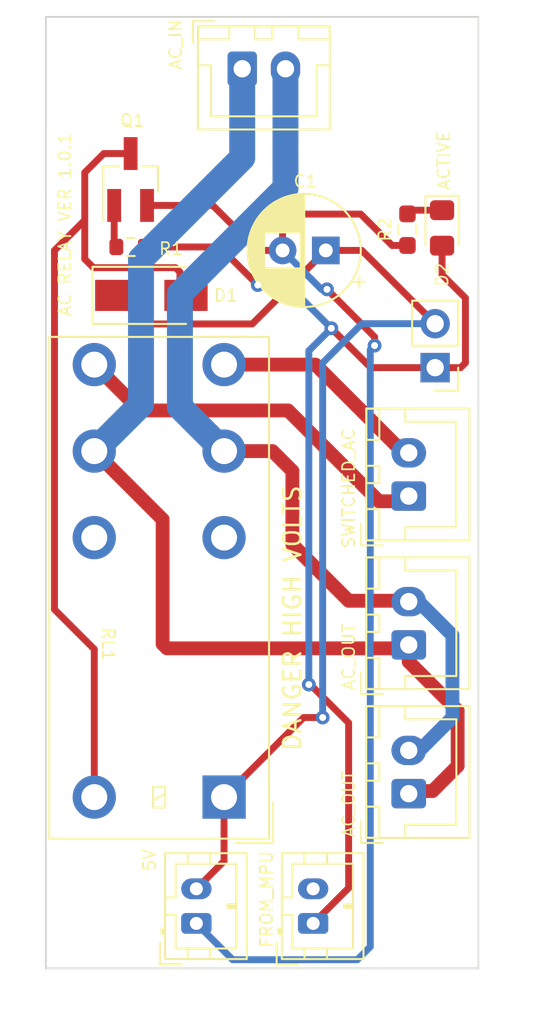
<source format=kicad_pcb>
(kicad_pcb (version 20211014) (generator pcbnew)
  (layers (0 "F.Cu" signal) (31 "B.Cu" signal) (34 "B.Paste" user) (35 "F.Paste" user) (36 "B.SilkS" user "B.Silkscreen") (37 "F.SilkS" user "F.Silkscreen") (38 "B.Mask" user) (39 "F.Mask" user) (44 "Edge.Cuts" user))
  (net 0 "")
  (net 1 "AC1")
  (net 2 "AC2")
  (net 3 "GND")
  (net 4 "5V")
  (net 5 "Net-(Q1-Pad1)")
  (net 6 "Net-(D1-Pad2)")
  (net 7 "ACTIVATE")
  (net 8 "AC1OUT")
  (net 9 "AC2OUT")
  (net 12 "Net-(D2-Pad1)")
  (footprint "MountingHole:MountingHole_3.2mm_M3" (layer "F.Cu") (at 163.5 133.5)
    (fp_text reference "H1" hide)
    (fp_text value "MountingHole")
    (pad "" np_thru_hole circle (at 0 0) (size 3.2 3.2) (drill 3.2) (layers *.Cu *.Mask))
  )
  (footprint "Connector_JST:JST_XH_B2B-XH-A_1x02_P2.50mm_Vertical" (layer "F.Cu") (at 152.35 84)
    (fp_text reference "J6" hide)
    (fp_text value "Screw_Terminal_01x02")
    (fp_line (start -0.75 -1.7) (end -0.75 -2.45) (layer "F.SilkS") (width 0.12))
    (fp_line (start -2.55 -0.2) (end -1.8 -0.2) (layer "F.SilkS") (width 0.12))
    (fp_line (start 4.3 -0.2) (end 4.3 2.75) (layer "F.SilkS") (width 0.12))
    (fp_line (start 5.05 -0.2) (end 4.3 -0.2) (layer "F.SilkS") (width 0.12))
    (fp_line (start 5.06 3.51) (end 5.06 -2.46) (layer "F.SilkS") (width 0.12))
    (fp_line (start 4.3 2.75) (end 1.25 2.75) (layer "F.SilkS") (width 0.12))
    (fp_line (start 1.75 -1.7) (end 1.75 -2.45) (layer "F.SilkS") (width 0.12))
    (fp_line (start 0.75 -1.7) (end 1.75 -1.7) (layer "F.SilkS") (width 0.12))
    (fp_line (start -2.56 -2.46) (end -2.56 3.51) (layer "F.SilkS") (width 0.12))
    (fp_line (start 5.05 -2.45) (end 3.25 -2.45) (layer "F.SilkS") (width 0.12))
    (fp_line (start -2.55 -2.45) (end -2.55 -1.7) (layer "F.SilkS") (width 0.12))
    (fp_line (start 1.75 -2.45) (end 0.75 -2.45) (layer "F.SilkS") (width 0.12))
    (fp_line (start 5.05 -1.7) (end 5.05 -2.45) (layer "F.SilkS") (width 0.12))
    (fp_line (start -1.8 2.75) (end 1.25 2.75) (layer "F.SilkS") (width 0.12))
    (fp_line (start -1.8 -0.2) (end -1.8 2.75) (layer "F.SilkS") (width 0.12))
    (fp_line (start -2.55 -1.7) (end -0.75 -1.7) (layer "F.SilkS") (width 0.12))
    (fp_line (start -2.56 3.51) (end 5.06 3.51) (layer "F.SilkS") (width 0.12))
    (fp_line (start 3.25 -2.45) (end 3.25 -1.7) (layer "F.SilkS") (width 0.12))
    (fp_line (start 5.06 -2.46) (end -2.56 -2.46) (layer "F.SilkS") (width 0.12))
    (fp_line (start -0.75 -2.45) (end -2.55 -2.45) (layer "F.SilkS") (width 0.12))
    (fp_line (start 3.25 -1.7) (end 5.05 -1.7) (layer "F.SilkS") (width 0.12))
    (fp_line (start -2.85 -2.75) (end -2.85 -1.5) (layer "F.SilkS") (width 0.12))
    (fp_line (start -1.6 -2.75) (end -2.85 -2.75) (layer "F.SilkS") (width 0.12))
    (fp_line (start 0.75 -2.45) (end 0.75 -1.7) (layer "F.SilkS") (width 0.12))
    (pad "1" thru_hole roundrect (at 0 0) (size 1.7 2) (drill 1) (layers *.Cu *.Mask) (roundrect_rratio 0.1470588235) (net 1 "AC1"))
    (pad "2" thru_hole oval (at 2.5 0) (size 1.7 2) (drill 1) (layers *.Cu *.Mask) (net 2 "AC2"))
  )
  (footprint "Diode_SMD:D_SMA" (layer "F.Cu") (at 147.1 97.1)
    (fp_text reference "D1" (at 4.3 0 unlocked) (layer "F.SilkS") (effects (font (size 0.7 0.7) (thickness 0.1))))
    (fp_text value "1N4001")
    (fp_line (start -3.4 -1.65) (end -3.4 1.65) (layer "F.SilkS") (width 0.12))
    (fp_line (start -3.4 1.65) (end 2 1.65) (layer "F.SilkS") (width 0.12))
    (fp_line (start -3.4 -1.65) (end 2 -1.65) (layer "F.SilkS") (width 0.12))
    (pad "1" smd rect (at -2 0) (size 2.5 1.8) (layers "F.Cu" "F.Paste" "F.Mask") (net 4 "5V"))
    (pad "2" smd rect (at 2 0) (size 2.5 1.8) (layers "F.Cu" "F.Paste" "F.Mask") (net 6 "Net-(D1-Pad2)"))
  )
  (footprint "MountingHole:MountingHole_3.2mm_M3" (layer "F.Cu") (at 164 83.5)
    (fp_text reference "H2" hide)
    (fp_text value "MountingHole")
    (pad "" np_thru_hole circle (at 0 0) (size 3.2 3.2) (drill 3.2) (layers *.Cu *.Mask))
  )
  (footprint "Connector_JST:JST_XH_B2B-XH-A_1x02_P2.50mm_Vertical" (layer "F.Cu") (at 161.975 108.7 90)
    (fp_text reference "J3" hide)
    (fp_text value "Screw_Terminal_01x02")
    (fp_line (start 3.25 -2.45) (end 3.25 -1.7) (layer "F.SilkS") (width 0.12))
    (fp_line (start -2.55 -0.2) (end -1.8 -0.2) (layer "F.SilkS") (width 0.12))
    (fp_line (start 0.75 -1.7) (end 1.75 -1.7) (layer "F.SilkS") (width 0.12))
    (fp_line (start -2.55 -1.7) (end -0.75 -1.7) (layer "F.SilkS") (width 0.12))
    (fp_line (start 5.05 -1.7) (end 5.05 -2.45) (layer "F.SilkS") (width 0.12))
    (fp_line (start -1.8 -0.2) (end -1.8 2.75) (layer "F.SilkS") (width 0.12))
    (fp_line (start -1.8 2.75) (end 1.25 2.75) (layer "F.SilkS") (width 0.12))
    (fp_line (start 1.75 -2.45) (end 0.75 -2.45) (layer "F.SilkS") (width 0.12))
    (fp_line (start -2.56 -2.46) (end -2.56 3.51) (layer "F.SilkS") (width 0.12))
    (fp_line (start -1.6 -2.75) (end -2.85 -2.75) (layer "F.SilkS") (width 0.12))
    (fp_line (start -2.55 -2.45) (end -2.55 -1.7) (layer "F.SilkS") (width 0.12))
    (fp_line (start 1.75 -1.7) (end 1.75 -2.45) (layer "F.SilkS") (width 0.12))
    (fp_line (start 4.3 -0.2) (end 4.3 2.75) (layer "F.SilkS") (width 0.12))
    (fp_line (start -2.85 -2.75) (end -2.85 -1.5) (layer "F.SilkS") (width 0.12))
    (fp_line (start 5.05 -0.2) (end 4.3 -0.2) (layer "F.SilkS") (width 0.12))
    (fp_line (start 3.25 -1.7) (end 5.05 -1.7) (layer "F.SilkS") (width 0.12))
    (fp_line (start 5.06 3.51) (end 5.06 -2.46) (layer "F.SilkS") (width 0.12))
    (fp_line (start 5.05 -2.45) (end 3.25 -2.45) (layer "F.SilkS") (width 0.12))
    (fp_line (start -2.56 3.51) (end 5.06 3.51) (layer "F.SilkS") (width 0.12))
    (fp_line (start -0.75 -2.45) (end -2.55 -2.45) (layer "F.SilkS") (width 0.12))
    (fp_line (start 4.3 2.75) (end 1.25 2.75) (layer "F.SilkS") (width 0.12))
    (fp_line (start 5.06 -2.46) (end -2.56 -2.46) (layer "F.SilkS") (width 0.12))
    (fp_line (start -0.75 -1.7) (end -0.75 -2.45) (layer "F.SilkS") (width 0.12))
    (fp_line (start 0.75 -2.45) (end 0.75 -1.7) (layer "F.SilkS") (width 0.12))
    (pad "1" thru_hole roundrect (at 0 0 90) (size 1.7 2) (drill 1) (layers *.Cu *.Mask) (roundrect_rratio 0.1470588235) (net 9 "AC2OUT"))
    (pad "2" thru_hole oval (at 2.5 0 90) (size 1.7 2) (drill 1) (layers *.Cu *.Mask) (net 8 "AC1OUT"))
  )
  (footprint "MountingHole:MountingHole_3.2mm_M3" (layer "F.Cu") (at 143.5 83.5)
    (fp_text reference "H4" hide)
    (fp_text value "MountingHole")
    (pad "" np_thru_hole circle (at 0 0) (size 3.2 3.2) (drill 3.2) (layers *.Cu *.Mask))
  )
  (footprint "Connector_JST:JST_XH_B2B-XH-A_1x02_P2.50mm_Vertical" (layer "F.Cu") (at 161.975 125.9 90)
    (fp_text reference "J5" hide)
    (fp_text value "Screw_Terminal_01x02")
    (fp_line (start -2.85 -2.75) (end -2.85 -1.5) (layer "F.SilkS") (width 0.12))
    (fp_line (start -2.55 -1.7) (end -0.75 -1.7) (layer "F.SilkS") (width 0.12))
    (fp_line (start -1.8 -0.2) (end -1.8 2.75) (layer "F.SilkS") (width 0.12))
    (fp_line (start -1.6 -2.75) (end -2.85 -2.75) (layer "F.SilkS") (width 0.12))
    (fp_line (start -1.8 2.75) (end 1.25 2.75) (layer "F.SilkS") (width 0.12))
    (fp_line (start 4.3 2.75) (end 1.25 2.75) (layer "F.SilkS") (width 0.12))
    (fp_line (start 5.05 -2.45) (end 3.25 -2.45) (layer "F.SilkS") (width 0.12))
    (fp_line (start 0.75 -2.45) (end 0.75 -1.7) (layer "F.SilkS") (width 0.12))
    (fp_line (start 5.06 3.51) (end 5.06 -2.46) (layer "F.SilkS") (width 0.12))
    (fp_line (start 5.05 -1.7) (end 5.05 -2.45) (layer "F.SilkS") (width 0.12))
    (fp_line (start 5.05 -0.2) (end 4.3 -0.2) (layer "F.SilkS") (width 0.12))
    (fp_line (start -0.75 -2.45) (end -2.55 -2.45) (layer "F.SilkS") (width 0.12))
    (fp_line (start -2.56 3.51) (end 5.06 3.51) (layer "F.SilkS") (width 0.12))
    (fp_line (start -0.75 -1.7) (end -0.75 -2.45) (layer "F.SilkS") (width 0.12))
    (fp_line (start -2.55 -2.45) (end -2.55 -1.7) (layer "F.SilkS") (width 0.12))
    (fp_line (start 1.75 -1.7) (end 1.75 -2.45) (layer "F.SilkS") (width 0.12))
    (fp_line (start 5.06 -2.46) (end -2.56 -2.46) (layer "F.SilkS") (width 0.12))
    (fp_line (start -2.55 -0.2) (end -1.8 -0.2) (layer "F.SilkS") (width 0.12))
    (fp_line (start 1.75 -2.45) (end 0.75 -2.45) (layer "F.SilkS") (width 0.12))
    (fp_line (start 3.25 -1.7) (end 5.05 -1.7) (layer "F.SilkS") (width 0.12))
    (fp_line (start 3.25 -2.45) (end 3.25 -1.7) (layer "F.SilkS") (width 0.12))
    (fp_line (start 0.75 -1.7) (end 1.75 -1.7) (layer "F.SilkS") (width 0.12))
    (fp_line (start 4.3 -0.2) (end 4.3 2.75) (layer "F.SilkS") (width 0.12))
    (fp_line (start -2.56 -2.46) (end -2.56 3.51) (layer "F.SilkS") (width 0.12))
    (pad "1" thru_hole roundrect (at 0 0 90) (size 1.7 2) (drill 1) (layers *.Cu *.Mask) (roundrect_rratio 0.1470588235) (net 1 "AC1"))
    (pad "2" thru_hole oval (at 2.5 0 90) (size 1.7 2) (drill 1) (layers *.Cu *.Mask) (net 2 "AC2"))
  )
  (footprint "Connector_PinHeader_2.54mm:PinHeader_1x02_P2.54mm_Vertical" (layer "F.Cu") (at 163.5 101.275 180)
    (fp_text reference "J2" hide)
    (fp_text value "Conn_01x02_Male")
    (fp_line (start -1.33 3.87) (end 1.33 3.87) (layer "F.SilkS") (width 0.12))
    (fp_line (start -1.33 1.27) (end 1.33 1.27) (layer "F.SilkS") (width 0.12))
    (fp_line (start -1.33 0) (end -1.33 -1.33) (layer "F.SilkS") (width 0.12))
    (fp_line (start 1.33 1.27) (end 1.33 3.87) (layer "F.SilkS") (width 0.12))
    (fp_line (start -1.33 1.27) (end -1.33 3.87) (layer "F.SilkS") (width 0.12))
    (fp_line (start -1.33 -1.33) (end 0 -1.33) (layer "F.SilkS") (width 0.12))
    (pad "1" thru_hole rect (at 0 0 180) (size 1.7 1.7) (drill 1) (layers *.Cu *.Mask) (net 7 "ACTIVATE"))
    (pad "2" thru_hole oval (at 0 2.54 180) (size 1.7 1.7) (drill 1) (layers *.Cu *.Mask) (net 4 "5V"))
  )
  (footprint "Package_TO_SOT_SMD:SOT-23_Handsoldering" (layer "F.Cu") (at 145.9 90.4 90)
    (fp_text reference "Q1" (at 3.4 0.1 unlocked) (layer "F.SilkS") (effects (font (size 0.7 0.7) (thickness 0.1))))
    (fp_text value "2SC1945")
    (fp_line (start 0.76 1.58) (end 0.76 0.65) (layer "F.SilkS") (width 0.12))
    (fp_line (start 0.76 -1.58) (end -2.4 -1.58) (layer "F.SilkS") (width 0.12))
    (fp_line (start 0.76 1.58) (end -0.7 1.58) (layer "F.SilkS") (width 0.12))
    (fp_line (start 0.76 -1.58) (end 0.76 -0.65) (layer "F.SilkS") (width 0.12))
    (pad "1" smd rect (at -1.5 -0.95 90) (size 1.9 0.8) (layers "F.Cu" "F.Paste" "F.Mask") (net 5 "Net-(Q1-Pad1)"))
    (pad "2" smd rect (at -1.5 0.95 90) (size 1.9 0.8) (layers "F.Cu" "F.Paste" "F.Mask") (net 3 "GND"))
    (pad "3" smd rect (at 1.5 0 90) (size 1.9 0.8) (layers "F.Cu" "F.Paste" "F.Mask") (net 6 "Net-(D1-Pad2)"))
  )
  (footprint "Relay_THT:Relay_DPDT_Omron_G2RL" (layer "F.Cu") (at 151.3 126.1 90)
    (fp_text reference "RL1" (at 8.8375 -6.6875 270 unlocked) (layer "F.SilkS") (effects (font (size 0.7 0.7) (thickness 0.1))))
    (fp_text value "G2RL-2-ASI-DC5")
    (fp_line (start 0.6 -4.1) (end -0.6 -4.1) (layer "F.SilkS") (width 0.12))
    (fp_line (start -0.3 2.84) (end -2.64 2.84) (layer "F.SilkS") (width 0.12))
    (fp_line (start -0.6 -3.4) (end 0.6 -3.4) (layer "F.SilkS") (width 0.12))
    (fp_line (start -0.6 -4.1) (end -0.6 -3.4) (layer "F.SilkS") (width 0.12))
    (fp_line (start 0.2 -3.4) (end -0.2 -4.1) (layer "F.SilkS") (width 0.12))
    (fp_line (start -2.4 -10.1) (end -2.4 2.6) (layer "F.SilkS") (width 0.12))
    (fp_line (start -2.64 2.84) (end -2.64 0.65) (layer "F.SilkS") (width 0.12))
    (fp_line (start 26.6 2.6) (end 26.6 -10.1) (layer "F.SilkS") (width 0.12))
    (fp_line (start 26.6 -10.1) (end -2.4 -10.1) (layer "F.SilkS") (width 0.12))
    (fp_line (start -2.4 2.6) (end 26.6 2.6) (layer "F.SilkS") (width 0.12))
    (fp_line (start 0.6 -3.4) (end 0.6 -4.1) (layer "F.SilkS") (width 0.12))
    (pad "1" thru_hole rect (at 0 0 180) (size 2.5 2.5) (drill 1.5) (layers *.Cu *.Mask) (net 4 "5V"))
    (pad "2" thru_hole oval (at 15 0 180) (size 2.5 2.5) (drill 1.5) (layers *.Cu *.Mask))
    (pad "3" thru_hole oval (at 20 0 180) (size 2.5 2.5) (drill 1.5) (layers *.Cu *.Mask) (net 2 "AC2"))
    (pad "4" thru_hole oval (at 25 0 180) (size 2.5 2.5) (drill 1.5) (layers *.Cu *.Mask) (net 8 "AC1OUT"))
    (pad "5" thru_hole oval (at 25 -7.5 180) (size 2.5 2.5) (drill 1.5) (layers *.Cu *.Mask) (net 9 "AC2OUT"))
    (pad "6" thru_hole oval (at 20 -7.5 180) (size 2.5 2.5) (drill 1.5) (layers *.Cu *.Mask) (net 1 "AC1"))
    (pad "7" thru_hole oval (at 15 -7.5 180) (size 2.5 2.5) (drill 1.5) (layers *.Cu *.Mask))
    (pad "8" thru_hole oval (at 0 -7.5 180) (size 2.5 2.5) (drill 1.5) (layers *.Cu *.Mask) (net 6 "Net-(D1-Pad2)"))
  )
  (footprint "Diode_SMD:D_0805_2012Metric_Pad1.15x1.40mm_HandSolder" (layer "F.Cu") (at 163.9 93.2 -90)
    (fp_text reference "D2" (at 2.7 0 -270 unlocked) (layer "F.SilkS") (effects (font (size 0.7 0.7) (thickness 0.1))))
    (fp_text value "YELLOW")
    (fp_line (start -1.86 0.96) (end 1 0.96) (layer "F.SilkS") (width 0.12))
    (fp_line (start -1.86 -0.96) (end -1.86 0.96) (layer "F.SilkS") (width 0.12))
    (fp_line (start 1 -0.96) (end -1.86 -0.96) (layer "F.SilkS") (width 0.12))
    (pad "1" smd roundrect (at -1.025 0 270) (size 1.15 1.4) (layers "F.Cu" "F.Paste" "F.Mask") (roundrect_rratio 0.2173913043) (net 12 "Net-(D2-Pad1)"))
    (pad "2" smd roundrect (at 1.025 0 270) (size 1.15 1.4) (layers "F.Cu" "F.Paste" "F.Mask") (roundrect_rratio 0.2173913043) (net 7 "ACTIVATE"))
  )
  (footprint "Resistor_SMD:R_0603_1608Metric_Pad0.98x0.95mm_HandSolder" (layer "F.Cu") (at 161.9 93.3 -90)
    (fp_text reference "R2" (at 0 1.3 90 unlocked) (layer "F.SilkS") (effects (font (size 0.7 0.7) (thickness 0.1))))
    (fp_text value "430R")
    (fp_line (start -0.254724 -0.5225) (end 0.254724 -0.5225) (layer "F.SilkS") (width 0.12))
    (fp_line (start -0.254724 0.5225) (end 0.254724 0.5225) (layer "F.SilkS") (width 0.12))
    (pad "1" smd roundrect (at -0.9125 0 270) (size 0.975 0.95) (layers "F.Cu" "F.Paste" "F.Mask") (net 12 "Net-(D2-Pad1)"))
    (pad "2" smd roundrect (at 0.9125 0 270) (size 0.975 0.95) (layers "F.Cu" "F.Paste" "F.Mask") (net 3 "GND"))
  )
  (footprint "Connector_JST:JST_XH_B2B-XH-A_1x02_P2.50mm_Vertical" (layer "F.Cu") (at 161.975 117.3 90)
    (fp_text reference "J7" hide)
    (fp_text value "Screw_Terminal_01x02")
    (fp_line (start 3.25 -2.45) (end 3.25 -1.7) (layer "F.SilkS") (width 0.12))
    (fp_line (start 1.75 -2.45) (end 0.75 -2.45) (layer "F.SilkS") (width 0.12))
    (fp_line (start -2.56 3.51) (end 5.06 3.51) (layer "F.SilkS") (width 0.12))
    (fp_line (start -1.8 -0.2) (end -1.8 2.75) (layer "F.SilkS") (width 0.12))
    (fp_line (start -1.8 2.75) (end 1.25 2.75) (layer "F.SilkS") (width 0.12))
    (fp_line (start -2.85 -2.75) (end -2.85 -1.5) (layer "F.SilkS") (width 0.12))
    (fp_line (start -2.55 -0.2) (end -1.8 -0.2) (layer "F.SilkS") (width 0.12))
    (fp_line (start -2.55 -2.45) (end -2.55 -1.7) (layer "F.SilkS") (width 0.12))
    (fp_line (start -2.55 -1.7) (end -0.75 -1.7) (layer "F.SilkS") (width 0.12))
    (fp_line (start 5.05 -2.45) (end 3.25 -2.45) (layer "F.SilkS") (width 0.12))
    (fp_line (start 5.05 -1.7) (end 5.05 -2.45) (layer "F.SilkS") (width 0.12))
    (fp_line (start 4.3 -0.2) (end 4.3 2.75) (layer "F.SilkS") (width 0.12))
    (fp_line (start -1.6 -2.75) (end -2.85 -2.75) (layer "F.SilkS") (width 0.12))
    (fp_line (start 4.3 2.75) (end 1.25 2.75) (layer "F.SilkS") (width 0.12))
    (fp_line (start -0.75 -2.45) (end -2.55 -2.45) (layer "F.SilkS") (width 0.12))
    (fp_line (start -0.75 -1.7) (end -0.75 -2.45) (layer "F.SilkS") (width 0.12))
    (fp_line (start 3.25 -1.7) (end 5.05 -1.7) (layer "F.SilkS") (width 0.12))
    (fp_line (start 0.75 -1.7) (end 1.75 -1.7) (layer "F.SilkS") (width 0.12))
    (fp_line (start 5.06 3.51) (end 5.06 -2.46) (layer "F.SilkS") (width 0.12))
    (fp_line (start 5.05 -0.2) (end 4.3 -0.2) (layer "F.SilkS") (width 0.12))
    (fp_line (start -2.56 -2.46) (end -2.56 3.51) (layer "F.SilkS") (width 0.12))
    (fp_line (start 1.75 -1.7) (end 1.75 -2.45) (layer "F.SilkS") (width 0.12))
    (fp_line (start 5.06 -2.46) (end -2.56 -2.46) (layer "F.SilkS") (width 0.12))
    (fp_line (start 0.75 -2.45) (end 0.75 -1.7) (layer "F.SilkS") (width 0.12))
    (pad "1" thru_hole roundrect (at 0 0 90) (size 1.7 2) (drill 1) (layers *.Cu *.Mask) (roundrect_rratio 0.1470588235) (net 1 "AC1"))
    (pad "2" thru_hole oval (at 2.5 0 90) (size 1.7 2) (drill 1) (layers *.Cu *.Mask) (net 2 "AC2"))
  )
  (footprint "Connector_JST:JST_PH_B2B-PH-K_1x02_P2.00mm_Vertical" (layer "F.Cu") (at 156.45 133.4 90)
    (fp_text reference "J1" hide)
    (fp_text value "Conn_01x02_Male")
    (fp_line (start 4.06 -1.81) (end -2.06 -1.81) (layer "F.SilkS") (width 0.12))
    (fp_line (start -2.06 2.91) (end 4.06 2.91) (layer "F.SilkS") (width 0.12))
    (fp_line (start -0.3 -1.81) (end -0.3 -2.01) (layer "F.SilkS") (width 0.12))
    (fp_line (start 1.1 1.8) (end 1.1 2.3) (layer "F.SilkS") (width 0.12))
    (fp_line (start -0.6 -2.01) (end -0.6 -1.81) (layer "F.SilkS") (width 0.12))
    (fp_line (start 0.9 1.8) (end 1.1 1.8) (layer "F.SilkS") (width 0.12))
    (fp_line (start 4.06 0.8) (end 3.45 0.8) (layer "F.SilkS") (width 0.12))
    (fp_line (start 0.9 2.3) (end 0.9 1.8) (layer "F.SilkS") (width 0.12))
    (fp_line (start 3.45 2.3) (end 3.45 -1.2) (layer "F.SilkS") (width 0.12))
    (fp_line (start -0.3 -2.01) (end -0.6 -2.01) (layer "F.SilkS") (width 0.12))
    (fp_line (start 1.5 -1.2) (end 1.5 -1.81) (layer "F.SilkS") (width 0.12))
    (fp_line (start -2.36 -2.11) (end -2.36 -0.86) (layer "F.SilkS") (width 0.12))
    (fp_line (start 4.06 2.91) (end 4.06 -1.81) (layer "F.SilkS") (width 0.12))
    (fp_line (start 0.5 -1.81) (end 0.5 -1.2) (layer "F.SilkS") (width 0.12))
    (fp_line (start 3.45 -1.2) (end 1.5 -1.2) (layer "F.SilkS") (width 0.12))
    (fp_line (start -2.06 0.8) (end -1.45 0.8) (layer "F.SilkS") (width 0.12))
    (fp_line (start -1.11 -2.11) (end -2.36 -2.11) (layer "F.SilkS") (width 0.12))
    (fp_line (start 1 2.3) (end 1 1.8) (layer "F.SilkS") (width 0.12))
    (fp_line (start -2.06 -1.81) (end -2.06 2.91) (layer "F.SilkS") (width 0.12))
    (fp_line (start 4.06 -0.5) (end 3.45 -0.5) (layer "F.SilkS") (width 0.12))
    (fp_line (start -0.3 -1.91) (end -0.6 -1.91) (layer "F.SilkS") (width 0.12))
    (fp_line (start -2.06 -0.5) (end -1.45 -0.5) (layer "F.SilkS") (width 0.12))
    (fp_line (start 0.5 -1.2) (end -1.45 -1.2) (layer "F.SilkS") (width 0.12))
    (fp_line (start -1.45 -1.2) (end -1.45 2.3) (layer "F.SilkS") (width 0.12))
    (fp_line (start -1.45 2.3) (end 3.45 2.3) (layer "F.SilkS") (width 0.12))
    (pad "1" thru_hole roundrect (at 0 0 90) (size 1.2 1.75) (drill 0.75) (layers *.Cu *.Mask) (roundrect_rratio 0.2083333333) (net 7 "ACTIVATE"))
    (pad "2" thru_hole oval (at 2 0 90) (size 1.2 1.75) (drill 0.75) (layers *.Cu *.Mask))
  )
  (footprint "MountingHole:MountingHole_3.2mm_M3" (layer "F.Cu") (at 143.5 133.5)
    (fp_text reference "H3" hide)
    (fp_text value "MountingHole")
    (pad "" np_thru_hole circle (at 0 0) (size 3.2 3.2) (drill 3.2) (layers *.Cu *.Mask))
  )
  (footprint "Resistor_SMD:R_0603_1608Metric" (layer "F.Cu") (at 145.9 94.3 180)
    (fp_text reference "R1" (at -2.33 -0.1 unlocked) (layer "F.SilkS") (effects (font (size 0.7 0.7) (thickness 0.1))))
    (fp_text value "1K")
    (fp_line (start -0.237258 -0.5225) (end 0.237258 -0.5225) (layer "F.SilkS") (width 0.12))
    (fp_line (start -0.237258 0.5225) (end 0.237258 0.5225) (layer "F.SilkS") (width 0.12))
    (pad "1" smd roundrect (at -0.825 0 180) (size 0.8 0.95) (layers "F.Cu" "F.Paste" "F.Mask") (net 7 "ACTIVATE"))
    (pad "2" smd roundrect (at 0.825 0 180) (size 0.8 0.95) (layers "F.Cu" "F.Paste" "F.Mask") (net 5 "Net-(Q1-Pad1)"))
  )
  (footprint "Connector_JST:JST_PH_B2B-PH-K_1x02_P2.00mm_Vertical" (layer "F.Cu") (at 149.7 133.4 90)
    (fp_text reference "J4" hide)
    (fp_text value "Conn_01x02_Male")
    (fp_line (start -1.45 2.3) (end 3.45 2.3) (layer "F.SilkS") (width 0.12))
    (fp_line (start 1 2.3) (end 1 1.8) (layer "F.SilkS") (width 0.12))
    (fp_line (start -2.06 0.8) (end -1.45 0.8) (layer "F.SilkS") (width 0.12))
    (fp_line (start -2.06 -1.81) (end -2.06 2.91) (layer "F.SilkS") (width 0.12))
    (fp_line (start 1.5 -1.2) (end 1.5 -1.81) (layer "F.SilkS") (width 0.12))
    (fp_line (start 0.9 2.3) (end 0.9 1.8) (layer "F.SilkS") (width 0.12))
    (fp_line (start 4.06 0.8) (end 3.45 0.8) (layer "F.SilkS") (width 0.12))
    (fp_line (start 3.45 -1.2) (end 1.5 -1.2) (layer "F.SilkS") (width 0.12))
    (fp_line (start -0.6 -2.01) (end -0.6 -1.81) (layer "F.SilkS") (width 0.12))
    (fp_line (start -2.36 -2.11) (end -2.36 -0.86) (layer "F.SilkS") (width 0.12))
    (fp_line (start -1.45 -1.2) (end -1.45 2.3) (layer "F.SilkS") (width 0.12))
    (fp_line (start -1.11 -2.11) (end -2.36 -2.11) (layer "F.SilkS") (width 0.12))
    (fp_line (start -2.06 -0.5) (end -1.45 -0.5) (layer "F.SilkS") (width 0.12))
    (fp_line (start 0.5 -1.2) (end -1.45 -1.2) (layer "F.SilkS") (width 0.12))
    (fp_line (start -0.3 -2.01) (end -0.6 -2.01) (layer "F.SilkS") (width 0.12))
    (fp_line (start -0.3 -1.81) (end -0.3 -2.01) (layer "F.SilkS") (width 0.12))
    (fp_line (start 4.06 -0.5) (end 3.45 -0.5) (layer "F.SilkS") (width 0.12))
    (fp_line (start 1.1 1.8) (end 1.1 2.3) (layer "F.SilkS") (width 0.12))
    (fp_line (start 3.45 2.3) (end 3.45 -1.2) (layer "F.SilkS") (width 0.12))
    (fp_line (start -2.06 2.91) (end 4.06 2.91) (layer "F.SilkS") (width 0.12))
    (fp_line (start -0.3 -1.91) (end -0.6 -1.91) (layer "F.SilkS") (width 0.12))
    (fp_line (start 0.9 1.8) (end 1.1 1.8) (layer "F.SilkS") (width 0.12))
    (fp_line (start 4.06 2.91) (end 4.06 -1.81) (layer "F.SilkS") (width 0.12))
    (fp_line (start 4.06 -1.81) (end -2.06 -1.81) (layer "F.SilkS") (width 0.12))
    (fp_line (start 0.5 -1.81) (end 0.5 -1.2) (layer "F.SilkS") (width 0.12))
    (pad "1" thru_hole roundrect (at 0 0 90) (size 1.2 1.75) (drill 0.75) (layers *.Cu *.Mask) (roundrect_rratio 0.2083333333) (net 3 "GND"))
    (pad "2" thru_hole oval (at 2 0 90) (size 1.2 1.75) (drill 0.75) (layers *.Cu *.Mask) (net 4 "5V"))
  )
  (footprint "Capacitor_THT:CP_Radial_D6.3mm_P2.50mm" (layer "F.Cu") (at 157.18238 94.5 180)
    (fp_text reference "C1" (at 1.18238 4 unlocked) (layer "F.SilkS") (effects (font (size 0.7 0.7) (thickness 0.1))))
    (fp_text value "C_Polarized")
    (fp_line (start 4.491 -0.402) (end 4.491 0.402) (layer "F.SilkS") (width 0.12))
    (fp_line (start 2.691 1.04) (end 2.691 2.896) (layer "F.SilkS") (width 0.12))
    (fp_line (start 2.011 -3.141) (end 2.011 -1.04) (layer "F.SilkS") (width 0.12))
    (fp_line (start 4.211 -1.35) (end 4.211 1.35) (layer "F.SilkS") (width 0.12))
    (fp_line (start 2.131 -3.11) (end 2.131 -1.04) (layer "F.SilkS") (width 0.12))
    (fp_line (start 2.171 -3.098) (end 2.171 -1.04) (layer "F.SilkS") (width 0.12))
    (fp_line (start 1.37 -3.228) (end 1.37 3.228) (layer "F.SilkS") (width 0.12))
    (fp_line (start 1.33 -3.23) (end 1.33 3.23) (layer "F.SilkS") (width 0.12))
    (fp_line (start 2.371 1.04) (end 2.371 3.033) (layer "F.SilkS") (width 0.12))
    (fp_line (start 2.091 -3.121) (end 2.091 -1.04) (layer "F.SilkS") (width 0.12))
    (fp_line (start 3.291 1.04) (end 3.291 2.516) (layer "F.SilkS") (width 0.12))
    (fp_line (start 3.531 1.04) (end 3.531 2.305) (layer "F.SilkS") (width 0.12))
    (fp_line (start 1.69 1.04) (end 1.69 3.201) (layer "F.SilkS") (width 0.12))
    (fp_line (start 3.611 -2.224) (end 3.611 2.224) (layer "F.SilkS") (width 0.12))
    (fp_line (start 4.451 -0.633) (end 4.451 0.633) (layer "F.SilkS") (width 0.12))
    (fp_line (start 3.971 -1.776) (end 3.971 1.776) (layer "F.SilkS") (width 0.12))
    (fp_line (start 1.65 -3.206) (end 1.65 -1.04) (layer "F.SilkS") (width 0.12))
    (fp_line (start 4.091 -1.581) (end 4.091 1.581) (layer "F.SilkS") (width 0.12))
    (fp_line (start 3.811 -1.995) (end 3.811 1.995) (layer "F.SilkS") (width 0.12))
    (fp_line (start 2.211 -3.086) (end 2.211 -1.04) (layer "F.SilkS") (width 0.12))
    (fp_line (start 1.971 1.04) (end 1.971 3.15) (layer "F.SilkS") (width 0.12))
    (fp_line (start 3.691 -2.137) (end 3.691 2.137) (layer "F.SilkS") (width 0.12))
    (fp_line (start 2.211 1.04) (end 2.211 3.086) (layer "F.SilkS") (width 0.12))
    (fp_line (start 1.93 1.04) (end 1.93 3.159) (layer "F.SilkS") (width 0.12))
    (fp_line (start 3.411 1.04) (end 3.411 2.416) (layer "F.SilkS") (width 0.12))
    (fp_line (start 2.091 1.04) (end 2.091 3.121) (layer "F.SilkS") (width 0.12))
    (fp_line (start 1.77 -3.189) (end 1.77 -1.04) (layer "F.SilkS") (width 0.12))
    (fp_line (start 2.371 -3.033) (end 2.371 -1.04) (layer "F.SilkS") (width 0.12))
    (fp_line (start 3.211 -2.578) (end 3.211 -1.04) (layer "F.SilkS") (width 0.12))
    (fp_line (start 1.53 -3.218) (end 1.53 -1.04) (layer "F.SilkS") (width 0.12))
    (fp_line (start 3.331 1.04) (end 3.331 2.484) (layer "F.SilkS") (width 0.12))
    (fp_line (start 2.331 1.04) (end 2.331 3.047) (layer "F.SilkS") (width 0.12))
    (fp_line (start 2.451 -3.002) (end 2.451 -1.04) (layer "F.SilkS") (width 0.12))
    (fp_line (start 3.451 -2.38) (end 3.451 -1.04) (layer "F.SilkS") (width 0.12))
    (fp_line (start 1.61 1.04) (end 1.61 3.211) (layer "F.SilkS") (width 0.12))
    (fp_line (start 2.811 1.04) (end 2.811 2.834) (layer "F.SilkS") (width 0.12))
    (fp_line (start 1.57 -3.215) (end 1.57 -1.04) (layer "F.SilkS") (width 0.12))
    (fp_line (start 3.931 -1.834) (end 3.931 1.834) (layer "F.SilkS") (width 0.12))
    (fp_line (start 2.691 -2.896) (end 2.691 -1.04) (layer "F.SilkS") (width 0.12))
    (fp_line (start 1.45 -3.224) (end 1.45 3.224) (layer "F.SilkS") (width 0.12))
    (fp_line (start 3.371 -2.45) (end 3.371 -1.04) (layer "F.SilkS") (width 0.12))
    (fp_line (start 3.291 -2.516) (end 3.291 -1.04) (layer "F.SilkS") (width 0.12))
    (fp_line (start 4.291 -1.165) (end 4.291 1.165) (layer "F.SilkS") (width 0.12))
    (fp_line (start 3.251 1.04) (end 3.251 2.548) (layer "F.SilkS") (width 0.12))
    (fp_line (start 2.531 -2.97) (end 2.531 -1.04) (layer "F.SilkS") (width 0.12))
    (fp_line (start 3.851 -1.944) (end 3.851 1.944) (layer "F.SilkS") (width 0.12))
    (fp_line (start -2.250241 -1.839) (end -1.620241 -1.839) (layer "F.SilkS") (width 0.12))
    (fp_line (start 2.971 -2.742) (end 2.971 -1.04) (layer "F.SilkS") (width 0.12))
    (fp_line (start 2.731 1.04) (end 2.731 2.876) (layer "F.SilkS") (width 0.12))
    (fp_line (start 3.051 1.04) (end 3.051 2.69) (layer "F.SilkS") (width 0.12))
    (fp_line (start 3.011 1.04) (end 3.011 2.716) (layer "F.SilkS") (width 0.12))
    (fp_line (start 2.011 1.04) (end 2.011 3.141) (layer "F.SilkS") (width 0.12))
    (fp_line (start 2.931 1.04) (end 2.931 2.766) (layer "F.SilkS") (width 0.12))
    (fp_line (start 2.851 -2.812) (end 2.851 -1.04) (layer "F.SilkS") (width 0.12))
    (fp_line (start 2.131 1.04) (end 2.131 3.11) (layer "F.SilkS") (width 0.12))
    (fp_line (start 2.051 1.04) (end 2.051 3.131) (layer "F.SilkS") (width 0.12))
    (fp_line (start 3.731 -2.092) (end 3.731 2.092) (layer "F.SilkS") (width 0.12))
    (fp_line (start 2.411 -3.018) (end 2.411 -1.04) (layer "F.SilkS") (width 0.12))
    (fp_line (start 4.011 -1.714) (end 4.011 1.714) (layer "F.SilkS") (width 0.12))
    (fp_line (start 1.89 1.04) (end 1.89 3.167) (layer "F.SilkS") (width 0.12))
    (fp_line (start 2.491 -2.986) (end 2.491 -1.04) (layer "F.SilkS") (width 0.12))
    (fp_line (start 3.211 1.04) (end 3.211 2.578) (layer "F.SilkS") (width 0.12))
    (fp_line (start 2.891 1.04) (end 2.891 2.79) (layer "F.SilkS") (width 0.12))
    (fp_line (start 2.571 1.04) (end 2.571 2.952) (layer "F.SilkS") (width 0.12))
    (fp_line (start 3.131 -2.636) (end 3.131 -1.04) (layer "F.SilkS") (width 0.12))
    (fp_line (start 2.811 -2.834) (end 2.811 -1.04) (layer "F.SilkS") (width 0.12))
    (fp_line (start 1.61 -3.211) (end 1.61 -1.04) (layer "F.SilkS") (width 0.12))
    (fp_line (start 3.051 -2.69) (end 3.051 -1.04) (layer "F.SilkS") (width 0.12))
    (fp_line (start 1.57 1.04) (end 1.57 3.215) (layer "F.SilkS") (width 0.12))
    (fp_line (start 3.011 -2.716) (end 3.011 -1.04) (layer "F.SilkS") (width 0.12))
    (fp_line (start 3.771 -2.044) (end 3.771 2.044) (layer "F.SilkS") (width 0.12))
    (fp_line (start 3.651 -2.182) (end 3.651 2.182) (layer "F.SilkS") (width 0.12))
    (fp_line (start 3.091 -2.664) (end 3.091 -1.04) (layer "F.SilkS") (width 0.12))
    (fp_line (start 4.131 -1.509) (end 4.131 1.509) (layer "F.SilkS") (width 0.12))
    (fp_line (start 1.73 -3.195) (end 1.73 -1.04) (layer "F.SilkS") (width 0.12))
    (fp_line (start 3.891 -1.89) (end 3.891 1.89) (layer "F.SilkS") (width 0.12))
    (fp_line (start 4.331 -1.059) (end 4.331 1.059) (layer "F.SilkS") (width 0.12))
    (fp_line (start 3.251 -2.548) (end 3.251 -1.04) (layer "F.SilkS") (width 0.12))
    (fp_line (start 3.091 1.04) (end 3.091 2.664) (layer "F.SilkS") (width 0.12))
    (fp_line (start 3.171 -2.607) (end 3.171 -1.04) (layer "F.SilkS") (width 0.12))
    (fp_line (start 1.29 -3.23) (end 1.29 3.23) (layer "F.SilkS") (width 0.12))
    (fp_line (start 2.411 1.04) (end 2.411 3.018) (layer "F.SilkS") (width 0.12))
    (fp_line (start 2.651 -2.916) (end 2.651 -1.04) (layer "F.SilkS") (width 0.12))
    (fp_line (start 1.73 1.04) (end 1.73 3.195) (layer "F.SilkS") (width 0.12))
    (fp_line (start 3.331 -2.484) (end 3.331 -1.04) (layer "F.SilkS") (width 0.12))
    (fp_line (start 1.85 -3.175) (end 1.85 -1.04) (layer "F.SilkS") (width 0.12))
    (fp_line (start 2.771 1.04) (end 2.771 2.856) (layer "F.SilkS") (width 0.12))
    (fp_line (start 2.251 -3.074) (end 2.251 -1.04) (layer "F.SilkS") (width 0.12))
    (fp_line (start 3.491 -2.343) (end 3.491 -1.04) (layer "F.SilkS") (width 0.12))
    (fp_line (start 1.85 1.04) (end 1.85 3.175) (layer "F.SilkS") (width 0.12))
    (fp_line (start 2.171 1.04) (end 2.171 3.098) (layer "F.SilkS") (width 0.12))
    (fp_line (start 2.651 1.04) (end 2.651 2.916) (layer "F.SilkS") (width 0.12))
    (fp_line (start 2.611 -2.934) (end 2.611 -1.04) (layer "F.SilkS") (width 0.12))
    (fp_line (start 3.491 1.04) (end 3.491 2.343) (layer "F.SilkS") (width 0.12))
    (fp_line (start 4.251 -1.262) (end 4.251 1.262) (layer "F.SilkS") (width 0.12))
    (fp_line (start 3.531 -2.305) (end 3.531 -1.04) (layer "F.SilkS") (width 0.12))
    (fp_line (start 1.41 -3.227) (end 1.41 3.227) (layer "F.SilkS") (width 0.12))
    (fp_line (start 3.411 -2.416) (end 3.411 -1.04) (layer "F.SilkS") (width 0.12))
    (fp_line (start 1.93 -3.159) (end 1.93 -1.04) (layer "F.SilkS") (width 0.12))
    (fp_line (start 3.451 1.04) (end 3.451 2.38) (layer "F.SilkS") (width 0.12))
    (fp_line (start 2.771 -2.856) (end 2.771 -1.04) (layer "F.SilkS") (width 0.12))
    (fp_line (start 2.931 -2.766) (end 2.931 -1.04) (layer "F.SilkS") (width 0.12))
    (fp_line (start 4.171 -1.432) (end 4.171 1.432) (layer "F.SilkS") (width 0.12))
    (fp_line (start 2.851 1.04) (end 2.851 2.812) (layer "F.SilkS") (width 0.12))
    (fp_line (start 1.65 1.04) (end 1.65 3.206) (layer "F.SilkS") (width 0.12))
    (fp_line (start 3.131 1.04) (end 3.131 2.636) (layer "F.SilkS") (width 0.12))
    (fp_line (start 2.891 -2.79) (end 2.891 -1.04) (layer "F.SilkS") (width 0.12))
    (fp_line (start 2.251 1.04) (end 2.251 3.074) (layer "F.SilkS") (width 0.12))
    (fp_line (start 2.491 1.04) (end 2.491 2.986) (layer "F.SilkS") (width 0.12))
    (fp_line (start 4.051 -1.65) (end 4.051 1.65) (layer "F.SilkS") (width 0.12))
    (fp_line (start 1.81 1.04) (end 1.81 3.182) (layer "F.SilkS") (width 0.12))
    (fp_line (start 2.291 1.04) (end 2.291 3.061) (layer "F.SilkS") (width 0.12))
    (fp_line (start 1.89 -3.167) (end 1.89 -1.04) (layer "F.SilkS") (width 0.12))
    (fp_line (start 1.49 -3.222) (end 1.49 -1.04) (layer "F.SilkS") (width 0.12))
    (fp_line (start 2.291 -3.061) (end 2.291 -1.04) (layer "F.SilkS") (width 0.12))
    (fp_line (start 1.25 -3.23) (end 1.25 3.23) (layer "F.SilkS") (width 0.12))
    (fp_line (start 3.171 1.04) (end 3.171 2.607) (layer "F.SilkS") (width 0.12))
    (fp_line (start 2.451 1.04) (end 2.451 3.002) (layer "F.SilkS") (width 0.12))
    (fp_line (start 3.371 1.04) (end 3.371 2.45) (layer "F.SilkS") (width 0.12))
    (fp_line (start 1.971 -3.15) (end 1.971 -1.04) (layer "F.SilkS") (width 0.12))
    (fp_line (start 4.411 -0.802) (end 4.411 0.802) (layer "F.SilkS") (width 0.12))
    (fp_line (start 2.571 -2.952) (end 2.571 -1.04) (layer "F.SilkS") (width 0.12))
    (fp_line (start 1.69 -3.201) (end 1.69 -1.04) (layer "F.SilkS") (width 0.12))
    (fp_line (start 2.731 -2.876) (end 2.731 -1.04) (layer "F.SilkS") (width 0.12))
    (fp_line (start 2.531 1.04) (end 2.531 2.97) (layer "F.SilkS") (width 0.12))
    (fp_line (start 2.331 -3.047) (end 2.331 -1.04) (layer "F.SilkS") (width 0.12))
    (fp_line (start 1.77 1.04) (end 1.77 3.189) (layer "F.SilkS") (width 0.12))
    (fp_line (start 3.571 -2.265) (end 3.571 2.265) (layer "F.SilkS") (width 0.12))
    (fp_line (start 2.971 1.04) (end 2.971 2.742) (layer "F.SilkS") (width 0.12))
    (fp_line (start 2.051 -3.131) (end 2.051 -1.04) (layer "F.SilkS") (width 0.12))
    (fp_line (start -1.935241 -2.154) (end -1.935241 -1.524) (layer "F.SilkS") (width 0.12))
    (fp_line (start 1.49 1.04) (end 1.49 3.222) (layer "F.SilkS") (width 0.12))
    (fp_line (start 1.81 -3.182) (end 1.81 -1.04) (layer "F.SilkS") (width 0.12))
    (fp_line (start 1.53 1.04) (end 1.53 3.218) (layer "F.SilkS") (width 0.12))
    (fp_line (start 4.371 -0.94) (end 4.371 0.94) (layer "F.SilkS") (width 0.12))
    (fp_line (start 2.611 1.04) (end 2.611 2.934) (layer "F.SilkS") (width 0.12))
    (fp_circle (center 1.25 0) (end 4.52 0) (layer "F.SilkS") (width 0.12) (fill none))
    (pad "1" thru_hole rect (at 0 0 180) (size 1.6 1.6) (drill 0.8) (layers *.Cu *.Mask) (net 4 "5V"))
    (pad "2" thru_hole circle (at 2.5 0 180) (size 1.6 1.6) (drill 0.8) (layers *.Cu *.Mask) (net 3 "GND"))
  )
  (gr_line (start 166 81) (end 166 136) (layer "Edge.Cuts") (width 0.1))
  (gr_line (start 141 136) (end 141 81) (layer "Edge.Cuts") (width 0.1))
  (gr_line (start 141 136) (end 166 136) (layer "Edge.Cuts") (width 0.1))
  (gr_line (start 141 81) (end 166 81) (layer "Edge.Cuts") (width 0.1))
  (gr_text "5V\n" (at 147 129.75 90) (layer "F.SilkS") (effects (font (size 0.7 0.7) (thickness 0.1))))
  (gr_text "SWITCHED_AC" (at 158.5 108.25 90) (layer "F.SilkS") (effects (font (size 0.7 0.7) (thickness 0.1))))
  (gr_text "ACTIVE\n" (at 164 89.3 90) (layer "F.SilkS") (effects (font (size 0.7 0.7) (thickness 0.1))))
  (gr_text "FROM_MPU\n" (at 153.75 132 90) (layer "F.SilkS") (effects (font (size 0.7 0.7) (thickness 0.1))))
  (gr_text "AC_OUT" (at 158.5 126.5 90) (layer "F.SilkS") (effects (font (size 0.7 0.7) (thickness 0.1))))
  (gr_text "DANGER HIGH VOLTS" (at 155.25 115.75 90) (layer "F.SilkS") (effects (font (size 1 1))))
  (gr_text "AC_OUT" (at 158.5 118 90) (layer "F.SilkS") (effects (font (size 0.7 0.7) (thickness 0.1))))
  (gr_text "AC RELAY VER 1.0.1" (at 142.1 93 90) (layer "F.SilkS") (effects (font (size 0.7 0.7) (thickness 0.1))))
  (gr_text "AC_IN" (at 148.5 82.6 90) (layer "F.SilkS") (effects (font (size 0.7 0.7) (thickness 0.1))))
  (segment (start 148 117.5) (end 161.725 117.5) (width 0.8) (layer "F.Cu") (net 1))
  (segment (start 147.75 110.05) (end 147.75 117.25) (width 0.8) (layer "F.Cu") (net 1))
  (segment (start 143.8 106.1) (end 147.75 110.05) (width 0.8) (layer "F.Cu") (net 1))
  (segment (start 163.35 125.75) (end 161.975 125.75) (width 0.8) (layer "F.Cu") (net 1))
  (segment (start 161.975 118.275) (end 164.8 121.1) (width 0.8) (layer "F.Cu") (net 1))
  (segment (start 161.975 117.25) (end 161.975 118.275) (width 0.8) (layer "F.Cu") (net 1))
  (segment (start 164.8 121.1) (end 164.8 124.3) (width 0.8) (layer "F.Cu") (net 1))
  (segment (start 164.8 124.3) (end 163.35 125.75) (width 0.8) (layer "F.Cu") (net 1))
  (segment (start 147.75 117.25) (end 148 117.5) (width 0.8) (layer "F.Cu") (net 1))
  (segment (start 152.35 84) (end 152.35 89.15) (width 1.5) (layer "B.Cu") (net 1))
  (segment (start 152.35 89.15) (end 146.5 95) (width 1.5) (layer "B.Cu") (net 1))
  (segment (start 146.5 95) (end 146.5 103.4) (width 1.5) (layer "B.Cu") (net 1))
  (segment (start 146.5 103.4) (end 143.8 106.1) (width 1.5) (layer "B.Cu") (net 1))
  (segment (start 155.25 111.5) (end 155.25 107.25) (width 0.8) (layer "F.Cu") (net 2))
  (segment (start 155.25 107.25) (end 154.1 106.1) (width 0.8) (layer "F.Cu") (net 2))
  (segment (start 154.1 106.1) (end 151.3 106.1) (width 0.8) (layer "F.Cu") (net 2))
  (segment (start 161.975 114.75) (end 158.5 114.75) (width 0.8) (layer "F.Cu") (net 2))
  (segment (start 158.5 114.75) (end 155.25 111.5) (width 0.8) (layer "F.Cu") (net 2))
  (segment (start 162.5 114.75) (end 164.5 116.75) (width 0.8) (layer "B.Cu") (net 2))
  (segment (start 148.75 97) (end 148.75 103.55) (width 1.5) (layer "B.Cu") (net 2))
  (segment (start 164.5 116.75) (end 164.5 121.5) (width 0.8) (layer "B.Cu") (net 2))
  (segment (start 154.85 84) (end 154.85 90.9) (width 1.5) (layer "B.Cu") (net 2))
  (segment (start 154.85 90.9) (end 148.75 97) (width 1.5) (layer "B.Cu") (net 2))
  (segment (start 148.75 103.55) (end 151.3 106.1) (width 1.5) (layer "B.Cu") (net 2))
  (segment (start 164.5 121.5) (end 162.75 123.25) (width 0.8) (layer "B.Cu") (net 2))
  (segment (start 162.75 123.25) (end 161.975 123.25) (width 0.8) (layer "B.Cu") (net 2))
  (segment (start 160 100) (end 160 99.5) (width 0.4) (layer "F.Cu") (net 3))
  (segment (start 154.68238 93.01762) (end 154.68238 94.5) (width 0.4) (layer "F.Cu") (net 3))
  (segment (start 161.0125 94.2125) (end 159.2 92.4) (width 0.4) (layer "F.Cu") (net 3))
  (segment (start 161.9 94.2125) (end 161.0125 94.2125) (width 0.4) (layer "F.Cu") (net 3))
  (segment (start 150.65 91.9) (end 146.85 91.9) (width 0.4) (layer "F.Cu") (net 3))
  (segment (start 160 99.5) (end 157.25 96.75) (width 0.4) (layer "F.Cu") (net 3))
  (segment (start 154.68238 94.5) (end 153.25 94.5) (width 0.4) (layer "F.Cu") (net 3))
  (segment (start 159.2 92.4) (end 155.3 92.4) (width 0.4) (layer "F.Cu") (net 3))
  (segment (start 155.3 92.4) (end 154.68238 93.01762) (width 0.4) (layer "F.Cu") (net 3))
  (segment (start 153.25 94.5) (end 150.65 91.9) (width 0.4) (layer "F.Cu") (net 3))
  (via (at 160 100) (size 0.8) (drill 0.4) (layers "F.Cu" "B.Cu") (net 3))
  (via (at 157.25 96.75) (size 0.8) (drill 0.4) (layers "F.Cu" "B.Cu") (net 3))
  (segment (start 156.93238 96.75) (end 154.68238 94.5) (width 0.4) (layer "B.Cu") (net 3))
  (segment (start 149.7 133.4) (end 151.8 135.5) (width 0.4) (layer "B.Cu") (net 3))
  (segment (start 159.75 134.75) (end 159.75 100.25) (width 0.4) (layer "B.Cu") (net 3))
  (segment (start 159 135.5) (end 159.75 134.75) (width 0.4) (layer "B.Cu") (net 3))
  (segment (start 151.8 135.5) (end 159 135.5) (width 0.4) (layer "B.Cu") (net 3))
  (segment (start 159.75 100.25) (end 160 100) (width 0.4) (layer "B.Cu") (net 3))
  (segment (start 157.25 96.75) (end 156.93238 96.75) (width 0.4) (layer "B.Cu") (net 3))
  (segment (start 151.3 129.8) (end 149.7 131.4) (width 0.4) (layer "F.Cu") (net 4))
  (segment (start 152.93238 98.75) (end 157.18238 94.5) (width 0.4) (layer "F.Cu") (net 4))
  (segment (start 155.9 121.5) (end 157 121.5) (width 0.4) (layer "F.Cu") (net 4))
  (segment (start 151.3 126.1) (end 151.3 129.8) (width 0.4) (layer "F.Cu") (net 4))
  (segment (start 146.75 98.75) (end 152.93238 98.75) (width 0.4) (layer "F.Cu") (net 4))
  (segment (start 157.18238 94.5) (end 159.265 94.5) (width 0.4) (layer "F.Cu") (net 4))
  (segment (start 151.3 126.1) (end 155.9 121.5) (width 0.4) (layer "F.Cu") (net 4))
  (segment (start 159.265 94.5) (end 163.5 98.735) (width 0.4) (layer "F.Cu") (net 4))
  (segment (start 145.1 97.1) (end 146.75 98.75) (width 0.4) (layer "F.Cu") (net 4))
  (via (at 157 121.5) (size 0.8) (drill 0.4) (layers "F.Cu" "B.Cu") (net 4))
  (segment (start 157 101) (end 159.265 98.735) (width 0.4) (layer "B.Cu") (net 4))
  (segment (start 159.265 98.735) (end 163.5 98.735) (width 0.4) (layer "B.Cu") (net 4))
  (segment (start 157 121.5) (end 157 101) (width 0.4) (layer "B.Cu") (net 4))
  (segment (start 144.95 91.9) (end 144.95 94.175) (width 0.4) (layer "F.Cu") (net 5))
  (segment (start 148.5 95.5) (end 143.75 95.5) (width 0.4) (layer "F.Cu") (net 6))
  (segment (start 143.75 95.5) (end 143.25 95) (width 0.4) (layer "F.Cu") (net 6))
  (segment (start 148.75 95.75) (end 148.5 95.5) (width 0.4) (layer "F.Cu") (net 6))
  (segment (start 141.5 94.5) (end 143.25 92.75) (width 0.4) (layer "F.Cu") (net 6))
  (segment (start 148.75 96.75) (end 148.75 95.75) (width 0.4) (layer "F.Cu") (net 6))
  (segment (start 144.35 88.9) (end 145.9 88.9) (width 0.4) (layer "F.Cu") (net 6))
  (segment (start 143.25 90) (end 144.35 88.9) (width 0.4) (layer "F.Cu") (net 6))
  (segment (start 141.5 115.25) (end 141.5 94.5) (width 0.4) (layer "F.Cu") (net 6))
  (segment (start 143.25 92.75) (end 143.25 90) (width 0.4) (layer "F.Cu") (net 6))
  (segment (start 143.8 126.1) (end 143.8 117.55) (width 0.4) (layer "F.Cu") (net 6))
  (segment (start 143.25 95) (end 143.25 92.75) (width 0.4) (layer "F.Cu") (net 6))
  (segment (start 143.8 117.55) (end 141.5 115.25) (width 0.4) (layer "F.Cu") (net 6))
  (segment (start 156.45 133.4) (end 158.5 131.35) (width 0.4) (layer "F.Cu") (net 7))
  (segment (start 165.25 101) (end 164.975 101.275) (width 0.4) (layer "F.Cu") (net 7))
  (segment (start 146.725 94.3) (end 151.05 94.3) (width 0.4) (layer "F.Cu") (net 7))
  (segment (start 163.9 94.225) (end 163.9 95.9) (width 0.4) (layer "F.Cu") (net 7))
  (segment (start 165.25 97.25) (end 165.25 101) (width 0.4) (layer "F.Cu") (net 7))
  (segment (start 156.284638 119.593407) (end 156.2005 119.593407) (width 0.4) (layer "F.Cu") (net 7))
  (segment (start 158.5 131.35) (end 158.5 121.808769) (width 0.4) (layer "F.Cu") (net 7))
  (segment (start 163.9 95.9) (end 165.25 97.25) (width 0.4) (layer "F.Cu") (net 7))
  (segment (start 151.05 94.3) (end 153.25 96.5) (width 0.4) (layer "F.Cu") (net 7))
  (segment (start 159.775 101.275) (end 157.5 99) (width 0.4) (layer "F.Cu") (net 7))
  (segment (start 164.975 101.275) (end 163.5 101.275) (width 0.4) (layer "F.Cu") (net 7))
  (segment (start 163.5 101.275) (end 159.775 101.275) (width 0.4) (layer "F.Cu") (net 7))
  (segment (start 158.5 121.808769) (end 156.284638 119.593407) (width 0.4) (layer "F.Cu") (net 7))
  (via (at 153.25 96.5) (size 0.8) (drill 0.4) (layers "F.Cu" "B.Cu") (net 7))
  (via (at 157.5 99) (size 0.8) (drill 0.4) (layers "F.Cu" "B.Cu") (net 7))
  (via (at 156.2005 119.593407) (size 0.8) (drill 0.4) (layers "F.Cu" "B.Cu") (net 7))
  (segment (start 156.2005 100.2995) (end 156.2005 119.593407) (width 0.4) (layer "B.Cu") (net 7))
  (segment (start 155 96.5) (end 157.5 99) (width 0.4) (layer "B.Cu") (net 7))
  (segment (start 153.25 96.5) (end 155 96.5) (width 0.4) (layer "B.Cu") (net 7))
  (segment (start 157.5 99) (end 156.2005 100.2995) (width 0.4) (layer "B.Cu") (net 7))
  (segment (start 156.575 101.1) (end 161.975 106.5) (width 0.8) (layer "F.Cu") (net 8))
  (segment (start 151.3 101.1) (end 156.575 101.1) (width 0.8) (layer "F.Cu") (net 8))
  (segment (start 155 103.75) (end 146.45 103.75) (width 0.8) (layer "F.Cu") (net 9))
  (segment (start 161.975 109) (end 160.25 109) (width 0.8) (layer "F.Cu") (net 9))
  (segment (start 146.45 103.75) (end 143.8 101.1) (width 0.8) (layer "F.Cu") (net 9))
  (segment (start 160.25 109) (end 155 103.75) (width 0.8) (layer "F.Cu") (net 9))
  (segment (start 163.9 92.175) (end 162.1125 92.175) (width 0.4) (layer "F.Cu") (net 12))
)
</source>
